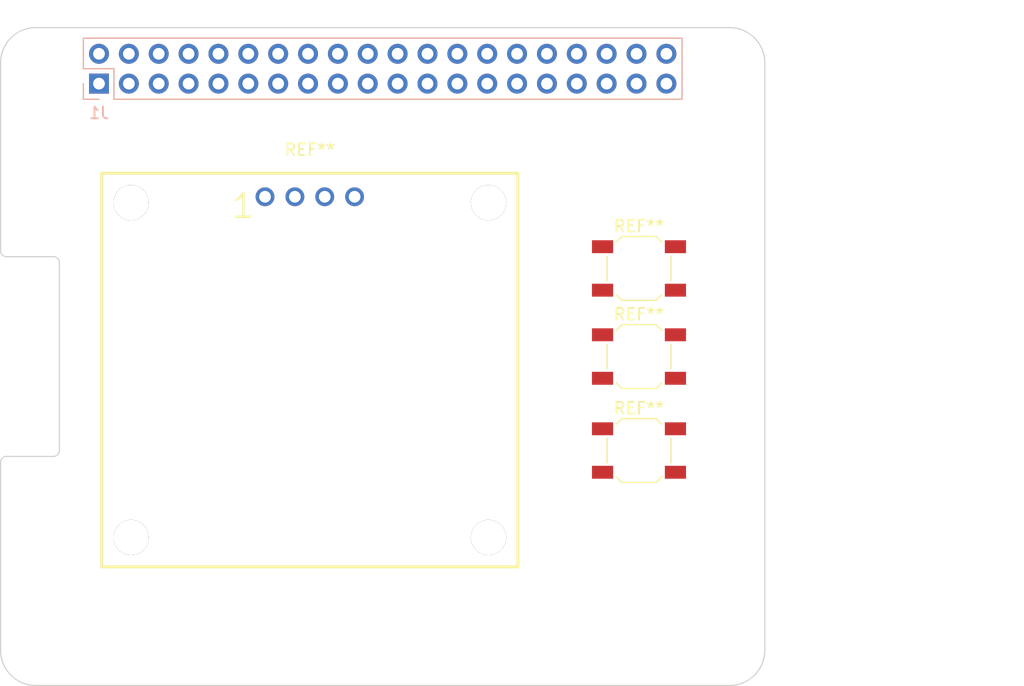
<source format=kicad_pcb>
(kicad_pcb (version 20241229) (generator "pcbnew") (generator_version "9.0")
  (title_block (date "15 nov 2012"))
  (layers (0 "F.Cu" signal) (2 "B.Cu" signal) (13 "F.Paste" user) (15 "B.Paste" user) (5 "F.SilkS" user "F.Silkscreen") (7 "B.SilkS" user "B.Silkscreen") (1 "F.Mask" user) (3 "B.Mask" user) (25 "Edge.Cuts" user))
  (net 0 "")
  (net 1 "GND")
  (net 2 "/GPIO2{slash}SDA1")
  (net 3 "/GPIO3{slash}SCL1")
  (net 4 "/GPIO4{slash}GPCLK0")
  (net 5 "/GPIO14{slash}TXD0")
  (net 6 "/GPIO15{slash}RXD0")
  (net 7 "/GPIO17")
  (net 8 "/GPIO18{slash}PCM.CLK")
  (net 9 "/GPIO27")
  (net 10 "/GPIO22")
  (net 11 "/GPIO23")
  (net 12 "/GPIO24")
  (net 13 "/GPIO10{slash}SPI0.MOSI")
  (net 14 "/GPIO9{slash}SPI0.MISO")
  (net 15 "/GPIO25")
  (net 16 "/GPIO11{slash}SPI0.SCLK")
  (net 17 "/GPIO8{slash}SPI0.CE0")
  (net 18 "/GPIO7{slash}SPI0.CE1")
  (net 19 "/ID_SDA")
  (net 20 "/ID_SCL")
  (net 21 "/GPIO5")
  (net 22 "/GPIO6")
  (net 23 "/GPIO12{slash}PWM0")
  (net 24 "/GPIO13{slash}PWM1")
  (net 25 "/GPIO19{slash}PCM.FS")
  (net 26 "/GPIO16")
  (net 27 "/GPIO26")
  (net 28 "/GPIO20{slash}PCM.DIN")
  (net 29 "/GPIO21{slash}PCM.DOUT")
  (net 30 "+5V")
  (net 31 "+3V3")
  (footprint "MountingHole:MountingHole_2.7mm_M2.5" (layer "F.Cu") (at 161.5 47.5)
    (property "Reference" "MH2" (hide yes))
    (property "Value" "MountingHole_2.7mm_M2.5" (hide yes))
    (pad "" np_thru_hole circle (at 0 0) (size 2.7 2.7) (drill 2.7) (layers "*.Cu" "*.Mask"))
  )
  (footprint "Button_Switch_SMD:SW_SPST_SKQG_WithStem" (layer "F.Cu") (at 154.3 72)
    (property "Reference" "REF**" (at 0 -3.6 0) (layer "F.SilkS"))
    (property "Value" "SW_SPST_SKQG_WithStem")
    (fp_line (start -2.72 1.04) (end -2.72 -1.04) (stroke (width 0.12)) (layer "F.SilkS"))
    (fp_line (start -1.45 -2.72) (end -1.94 -2.23) (stroke (width 0.12)) (layer "F.SilkS"))
    (fp_line (start -1.45 -2.72) (end 1.45 -2.72) (stroke (width 0.12)) (layer "F.SilkS"))
    (fp_line (start -1.45 2.72) (end -1.94 2.23) (stroke (width 0.12)) (layer "F.SilkS"))
    (fp_line (start -1.45 2.72) (end 1.45 2.72) (stroke (width 0.12)) (layer "F.SilkS"))
    (fp_line (start 1.45 -2.72) (end 1.94 -2.23) (stroke (width 0.12)) (layer "F.SilkS"))
    (fp_line (start 1.45 2.72) (end 1.94 2.23) (stroke (width 0.12)) (layer "F.SilkS"))
    (fp_line (start 2.72 1.04) (end 2.72 -1.04) (stroke (width 0.12)) (layer "F.SilkS"))
    (pad "1" smd rect (at -3.1 -1.85) (size 1.8 1.1) (layers "F.Cu" "F.Mask" "F.Paste"))
    (pad "1" smd rect (at 3.1 -1.85) (size 1.8 1.1) (layers "F.Cu" "F.Mask" "F.Paste"))
    (pad "2" smd rect (at -3.1 1.85) (size 1.8 1.1) (layers "F.Cu" "F.Mask" "F.Paste"))
    (pad "2" smd rect (at 3.1 1.85) (size 1.8 1.1) (layers "F.Cu" "F.Mask" "F.Paste"))
  )
  (footprint "Button_Switch_SMD:SW_SPST_SKQG_WithStem" (layer "F.Cu") (at 154.3 64.5)
    (property "Reference" "REF**" (at 0 -3.6 0) (layer "F.SilkS"))
    (property "Value" "SW_SPST_SKQG_WithStem")
    (fp_line (start -2.72 1.04) (end -2.72 -1.04) (stroke (width 0.12)) (layer "F.SilkS"))
    (fp_line (start -1.45 -2.72) (end -1.94 -2.23) (stroke (width 0.12)) (layer "F.SilkS"))
    (fp_line (start -1.45 -2.72) (end 1.45 -2.72) (stroke (width 0.12)) (layer "F.SilkS"))
    (fp_line (start -1.45 2.72) (end -1.94 2.23) (stroke (width 0.12)) (layer "F.SilkS"))
    (fp_line (start -1.45 2.72) (end 1.45 2.72) (stroke (width 0.12)) (layer "F.SilkS"))
    (fp_line (start 1.45 -2.72) (end 1.94 -2.23) (stroke (width 0.12)) (layer "F.SilkS"))
    (fp_line (start 1.45 2.72) (end 1.94 2.23) (stroke (width 0.12)) (layer "F.SilkS"))
    (fp_line (start 2.72 1.04) (end 2.72 -1.04) (stroke (width 0.12)) (layer "F.SilkS"))
    (pad "1" smd rect (at -3.1 -1.85) (size 1.8 1.1) (layers "F.Cu" "F.Mask" "F.Paste"))
    (pad "1" smd rect (at 3.1 -1.85) (size 1.8 1.1) (layers "F.Cu" "F.Mask" "F.Paste"))
    (pad "2" smd rect (at -3.1 1.85) (size 1.8 1.1) (layers "F.Cu" "F.Mask" "F.Paste"))
    (pad "2" smd rect (at 3.1 1.85) (size 1.8 1.1) (layers "F.Cu" "F.Mask" "F.Paste"))
  )
  (footprint "MountingHole:MountingHole_2.7mm_M2.5" (layer "F.Cu") (at 103.5 96.5)
    (property "Reference" "MH3" (hide yes))
    (property "Value" "MountingHole_2.7mm_M2.5" (hide yes))
    (pad "" np_thru_hole circle (at 0 0) (size 2.7 2.7) (drill 2.7) (layers "*.Cu" "*.Mask"))
  )
  (footprint "MountingHole:MountingHole_2.7mm_M2.5" (layer "F.Cu") (at 103.5 47.5)
    (property "Reference" "MH1" (hide yes))
    (property "Value" "MountingHole_2.7mm_M2.5" (hide yes))
    (pad "" np_thru_hole circle (at 0 0) (size 2.7 2.7) (drill 2.7) (layers "*.Cu" "*.Mask"))
  )
  (footprint "easyeda2kicad:OLED-TH_L35.4-W33.5_HS13L03W2C01" (layer "F.Cu") (at 126.3 58.4)
    (property "Reference" "REF**" (at 0 -4 0) (layer "F.SilkS"))
    (property "Value" "OLED-TH_L35.4-W33.5_HS13L03W2C01")
    (fp_line (start -17.7 -2) (end 17.7 -2) (stroke (width 0.25)) (layer "F.SilkS"))
    (fp_line (start -17.7 31.5) (end -17.7 -2) (stroke (width 0.25)) (layer "F.SilkS"))
    (fp_line (start 17.7 -2) (end 17.7 31.5) (stroke (width 0.25)) (layer "F.SilkS"))
    (fp_line (start 17.7 31.5) (end -17.7 31.5) (stroke (width 0.25)) (layer "F.SilkS"))
    (fp_text user "1" (at -6.75 0.77 0) (layer "F.SilkS") (effects (font (size 2.03 2.03) (thickness 0.2)) (justify left)))
    (pad "" thru_hole circle (at -15.2 0.5) (size 3 3) (drill 3) (layers "*.Cu" "*.Mask"))
    (pad "" thru_hole circle (at -15.2 29) (size 3 3) (drill 3) (layers "*.Cu" "*.Mask"))
    (pad "" thru_hole circle (at 15.2 0.5) (size 3 3) (drill 3) (layers "*.Cu" "*.Mask"))
    (pad "" thru_hole circle (at 15.2 29) (size 3 3) (drill 3) (layers "*.Cu" "*.Mask"))
    (pad "1" thru_hole circle (at -3.81 0) (size 1.6 1.6) (drill 0.999998) (layers "*.Cu" "*.Mask"))
    (pad "2" thru_hole circle (at -1.27 0) (size 1.6 1.6) (drill 0.999998) (layers "*.Cu" "*.Mask"))
    (pad "3" thru_hole circle (at 1.27 0) (size 1.6 1.6) (drill 0.999998) (layers "*.Cu" "*.Mask"))
    (pad "4" thru_hole circle (at 3.81 0) (size 1.6 1.6) (drill 0.999998) (layers "*.Cu" "*.Mask"))
  )
  (footprint "Button_Switch_SMD:SW_SPST_SKQG_WithStem" (layer "F.Cu") (at 154.3 80)
    (property "Reference" "REF**" (at 0 -3.6 0) (layer "F.SilkS"))
    (property "Value" "SW_SPST_SKQG_WithStem")
    (fp_line (start -2.72 1.04) (end -2.72 -1.04) (stroke (width 0.12)) (layer "F.SilkS"))
    (fp_line (start -1.45 -2.72) (end -1.94 -2.23) (stroke (width 0.12)) (layer "F.SilkS"))
    (fp_line (start -1.45 -2.72) (end 1.45 -2.72) (stroke (width 0.12)) (layer "F.SilkS"))
    (fp_line (start -1.45 2.72) (end -1.94 2.23) (stroke (width 0.12)) (layer "F.SilkS"))
    (fp_line (start -1.45 2.72) (end 1.45 2.72) (stroke (width 0.12)) (layer "F.SilkS"))
    (fp_line (start 1.45 -2.72) (end 1.94 -2.23) (stroke (width 0.12)) (layer "F.SilkS"))
    (fp_line (start 1.45 2.72) (end 1.94 2.23) (stroke (width 0.12)) (layer "F.SilkS"))
    (fp_line (start 2.72 1.04) (end 2.72 -1.04) (stroke (width 0.12)) (layer "F.SilkS"))
    (pad "1" smd rect (at -3.1 -1.85) (size 1.8 1.1) (layers "F.Cu" "F.Mask" "F.Paste"))
    (pad "1" smd rect (at 3.1 -1.85) (size 1.8 1.1) (layers "F.Cu" "F.Mask" "F.Paste"))
    (pad "2" smd rect (at -3.1 1.85) (size 1.8 1.1) (layers "F.Cu" "F.Mask" "F.Paste"))
    (pad "2" smd rect (at 3.1 1.85) (size 1.8 1.1) (layers "F.Cu" "F.Mask" "F.Paste"))
  )
  (footprint "MountingHole:MountingHole_2.7mm_M2.5" (layer "F.Cu") (at 161.5 96.5)
    (property "Reference" "MH4" (hide yes))
    (property "Value" "MountingHole_2.7mm_M2.5" (hide yes))
    (pad "" np_thru_hole circle (at 0 0) (size 2.7 2.7) (drill 2.7) (layers "*.Cu" "*.Mask"))
  )
  (footprint "Connector_PinSocket_2.54mm:PinSocket_2x20_P2.54mm_Vertical" (layer "B.Cu") (at 108.37 48.77 -90)
    (property "Reference" "J1" (at 2.5 0 0) (layer "B.SilkS") (effects (justify mirror)))
    (property "Value" "GPIO")
    (fp_line (start -3.87 1.33) (end -1.27 1.33) (stroke (width 0.12)) (layer "B.SilkS"))
    (fp_line (start -3.87 1.33) (end -3.87 -49.59) (stroke (width 0.12)) (layer "B.SilkS"))
    (fp_line (start -1.27 1.33) (end -1.27 -1.27) (stroke (width 0.12)) (layer "B.SilkS"))
    (fp_line (start 0 1.33) (end 1.33 1.33) (stroke (width 0.12)) (layer "B.SilkS"))
    (fp_line (start 1.33 1.33) (end 1.33 0) (stroke (width 0.12)) (layer "B.SilkS"))
    (fp_line (start -1.27 -1.27) (end 1.33 -1.27) (stroke (width 0.12)) (layer "B.SilkS"))
    (fp_line (start 1.33 -1.27) (end 1.33 -49.59) (stroke (width 0.12)) (layer "B.SilkS"))
    (fp_line (start -3.87 -49.59) (end 1.33 -49.59) (stroke (width 0.12)) (layer "B.SilkS"))
    (pad "1" thru_hole rect (at 0 0 270) (size 1.7 1.7) (drill 1) (layers "*.Cu" "*.Mask") (net 31 "+3V3"))
    (pad "2" thru_hole oval (at -2.54 0 270) (size 1.7 1.7) (drill 1) (layers "*.Cu" "*.Mask") (net 30 "+5V"))
    (pad "3" thru_hole oval (at 0 -2.54 270) (size 1.7 1.7) (drill 1) (layers "*.Cu" "*.Mask") (net 2 "/GPIO2{slash}SDA1"))
    (pad "4" thru_hole oval (at -2.54 -2.54 270) (size 1.7 1.7) (drill 1) (layers "*.Cu" "*.Mask") (net 30 "+5V"))
    (pad "5" thru_hole oval (at 0 -5.08 270) (size 1.7 1.7) (drill 1) (layers "*.Cu" "*.Mask") (net 3 "/GPIO3{slash}SCL1"))
    (pad "6" thru_hole oval (at -2.54 -5.08 270) (size 1.7 1.7) (drill 1) (layers "*.Cu" "*.Mask") (net 1 "GND"))
    (pad "7" thru_hole oval (at 0 -7.62 270) (size 1.7 1.7) (drill 1) (layers "*.Cu" "*.Mask") (net 4 "/GPIO4{slash}GPCLK0"))
    (pad "8" thru_hole oval (at -2.54 -7.62 270) (size 1.7 1.7) (drill 1) (layers "*.Cu" "*.Mask") (net 5 "/GPIO14{slash}TXD0"))
    (pad "9" thru_hole oval (at 0 -10.16 270) (size 1.7 1.7) (drill 1) (layers "*.Cu" "*.Mask") (net 1 "GND"))
    (pad "10" thru_hole oval (at -2.54 -10.16 270) (size 1.7 1.7) (drill 1) (layers "*.Cu" "*.Mask") (net 6 "/GPIO15{slash}RXD0"))
    (pad "11" thru_hole oval (at 0 -12.7 270) (size 1.7 1.7) (drill 1) (layers "*.Cu" "*.Mask") (net 7 "/GPIO17"))
    (pad "12" thru_hole oval (at -2.54 -12.7 270) (size 1.7 1.7) (drill 1) (layers "*.Cu" "*.Mask") (net 8 "/GPIO18{slash}PCM.CLK"))
    (pad "13" thru_hole oval (at 0 -15.24 270) (size 1.7 1.7) (drill 1) (layers "*.Cu" "*.Mask") (net 9 "/GPIO27"))
    (pad "14" thru_hole oval (at -2.54 -15.24 270) (size 1.7 1.7) (drill 1) (layers "*.Cu" "*.Mask") (net 1 "GND"))
    (pad "15" thru_hole oval (at 0 -17.78 270) (size 1.7 1.7) (drill 1) (layers "*.Cu" "*.Mask") (net 10 "/GPIO22"))
    (pad "16" thru_hole oval (at -2.54 -17.78 270) (size 1.7 1.7) (drill 1) (layers "*.Cu" "*.Mask") (net 11 "/GPIO23"))
    (pad "17" thru_hole oval (at 0 -20.32 270) (size 1.7 1.7) (drill 1) (layers "*.Cu" "*.Mask") (net 31 "+3V3"))
    (pad "18" thru_hole oval (at -2.54 -20.32 270) (size 1.7 1.7) (drill 1) (layers "*.Cu" "*.Mask") (net 12 "/GPIO24"))
    (pad "19" thru_hole oval (at 0 -22.86 270) (size 1.7 1.7) (drill 1) (layers "*.Cu" "*.Mask") (net 13 "/GPIO10{slash}SPI0.MOSI"))
    (pad "20" thru_hole oval (at -2.54 -22.86 270) (size 1.7 1.7) (drill 1) (layers "*.Cu" "*.Mask") (net 1 "GND"))
    (pad "21" thru_hole oval (at 0 -25.4 270) (size 1.7 1.7) (drill 1) (layers "*.Cu" "*.Mask") (net 14 "/GPIO9{slash}SPI0.MISO"))
    (pad "22" thru_hole oval (at -2.54 -25.4 270) (size 1.7 1.7) (drill 1) (layers "*.Cu" "*.Mask") (net 15 "/GPIO25"))
    (pad "23" thru_hole oval (at 0 -27.94 270) (size 1.7 1.7) (drill 1) (layers "*.Cu" "*.Mask") (net 16 "/GPIO11{slash}SPI0.SCLK"))
    (pad "24" thru_hole oval (at -2.54 -27.94 270) (size 1.7 1.7) (drill 1) (layers "*.Cu" "*.Mask") (net 17 "/GPIO8{slash}SPI0.CE0"))
    (pad "25" thru_hole oval (at 0 -30.48 270) (size 1.7 1.7) (drill 1) (layers "*.Cu" "*.Mask") (net 1 "GND"))
    (pad "26" thru_hole oval (at -2.54 -30.48 270) (size 1.7 1.7) (drill 1) (layers "*.Cu" "*.Mask") (net 18 "/GPIO7{slash}SPI0.CE1"))
    (pad "27" thru_hole oval (at 0 -33.02 270) (size 1.7 1.7) (drill 1) (layers "*.Cu" "*.Mask") (net 19 "/ID_SDA"))
    (pad "28" thru_hole oval (at -2.54 -33.02 270) (size 1.7 1.7) (drill 1) (layers "*.Cu" "*.Mask") (net 20 "/ID_SCL"))
    (pad "29" thru_hole oval (at 0 -35.56 270) (size 1.7 1.7) (drill 1) (layers "*.Cu" "*.Mask") (net 21 "/GPIO5"))
    (pad "30" thru_hole oval (at -2.54 -35.56 270) (size 1.7 1.7) (drill 1) (layers "*.Cu" "*.Mask") (net 1 "GND"))
    (pad "31" thru_hole oval (at 0 -38.1 270) (size 1.7 1.7) (drill 1) (layers "*.Cu" "*.Mask") (net 22 "/GPIO6"))
    (pad "32" thru_hole oval (at -2.54 -38.1 270) (size 1.7 1.7) (drill 1) (layers "*.Cu" "*.Mask") (net 23 "/GPIO12{slash}PWM0"))
    (pad "33" thru_hole oval (at 0 -40.64 270) (size 1.7 1.7) (drill 1) (layers "*.Cu" "*.Mask") (net 24 "/GPIO13{slash}PWM1"))
    (pad "34" thru_hole oval (at -2.54 -40.64 270) (size 1.7 1.7) (drill 1) (layers "*.Cu" "*.Mask") (net 1 "GND"))
    (pad "35" thru_hole oval (at 0 -43.18 270) (size 1.7 1.7) (drill 1) (layers "*.Cu" "*.Mask") (net 25 "/GPIO19{slash}PCM.FS"))
    (pad "36" thru_hole oval (at -2.54 -43.18 270) (size 1.7 1.7) (drill 1) (layers "*.Cu" "*.Mask") (net 26 "/GPIO16"))
    (pad "37" thru_hole oval (at 0 -45.72 270) (size 1.7 1.7) (drill 1) (layers "*.Cu" "*.Mask") (net 27 "/GPIO26"))
    (pad "38" thru_hole oval (at -2.54 -45.72 270) (size 1.7 1.7) (drill 1) (layers "*.Cu" "*.Mask") (net 28 "/GPIO20{slash}PCM.DIN"))
    (pad "39" thru_hole oval (at 0 -48.26 270) (size 1.7 1.7) (drill 1) (layers "*.Cu" "*.Mask") (net 1 "GND"))
    (pad "40" thru_hole oval (at -2.54 -48.26 270) (size 1.7 1.7) (drill 1) (layers "*.Cu" "*.Mask") (net 29 "/GPIO21{slash}PCM.DOUT"))
  )
  (gr_arc (start 100.5 63.5) (mid 100.146447 63.353553) (end 100 63) (stroke (width 0.1)) (layer "Edge.Cuts"))
  (gr_arc (start 162 44) (mid 164.12132 44.87868) (end 165 47) (stroke (width 0.1)) (layer "Edge.Cuts"))
  (gr_line (start 165 97) (end 165 47) (stroke (width 0.1)) (layer "Edge.Cuts"))
  (gr_line (start 100 47) (end 100 63) (stroke (width 0.1)) (layer "Edge.Cuts"))
  (gr_arc (start 103 100) (mid 100.87868 99.12132) (end 100 97) (stroke (width 0.1)) (layer "Edge.Cuts"))
  (gr_line (start 103 100) (end 162 100) (stroke (width 0.1)) (layer "Edge.Cuts"))
  (gr_line (start 104.5 80.5) (end 100.5 80.5) (stroke (width 0.1)) (layer "Edge.Cuts"))
  (gr_arc (start 100 81) (mid 100.146138 80.646755) (end 100.499127 80.500001) (stroke (width 0.1)) (layer "Edge.Cuts"))
  (gr_arc (start 165 97) (mid 164.12132 99.12132) (end 162 100) (stroke (width 0.1)) (layer "Edge.Cuts"))
  (gr_line (start 105 64) (end 105 80) (stroke (width 0.1)) (layer "Edge.Cuts"))
  (gr_arc (start 100 47) (mid 100.87868 44.87868) (end 103 44) (stroke (width 0.1)) (layer "Edge.Cuts"))
  (gr_line (start 100 81) (end 100 97) (stroke (width 0.1)) (layer "Edge.Cuts"))
  (gr_line (start 100.5 63.5) (end 104.5 63.5) (stroke (width 0.1)) (layer "Edge.Cuts"))
  (gr_arc (start 105 80) (mid 104.853553 80.353553) (end 104.5 80.5) (stroke (width 0.1)) (layer "Edge.Cuts"))
  (gr_arc (start 104.5 63.5) (mid 104.853553 63.646447) (end 105 64) (stroke (width 0.1)) (layer "Edge.Cuts"))
  (gr_line (start 162 44) (end 103 44) (stroke (width 0.1)) (layer "Edge.Cuts"))
)
</source>
